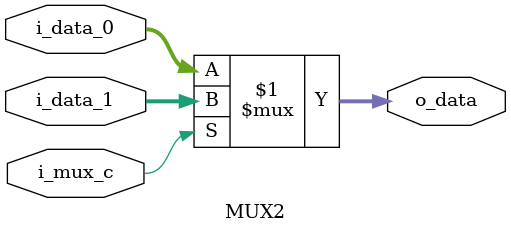
<source format=v>
`timescale 1ns / 1ps


module MUX2(
    input wire [31:0] i_data_0,
    input wire [31:0] i_data_1,
    input wire i_mux_c,
    output wire [31:0] o_data
    );

    assign o_data = (i_mux_c ? i_data_1 : i_data_0);
    
endmodule

</source>
